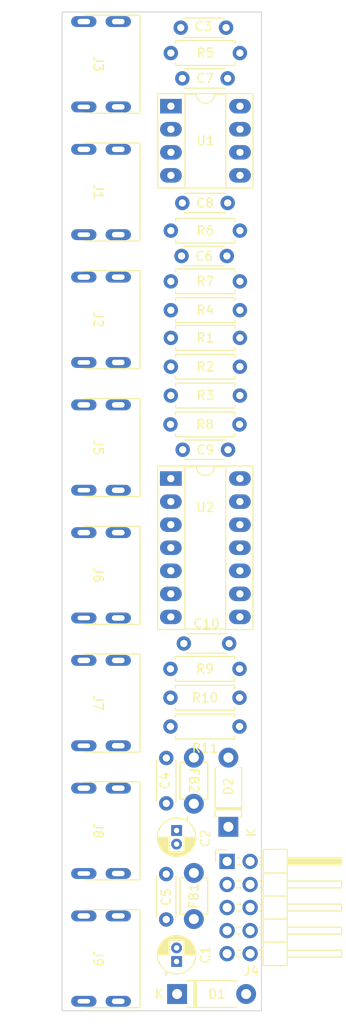
<source format=kicad_pcb>
(kicad_pcb (version 20221018) (generator pcbnew)
  (title_block (title "moPsy mousquetaire") (date "2023-04-16") (rev "v1"))
  (layers (0 "F.Cu" signal) (31 "B.Cu" signal) (34 "B.Paste" user) (35 "F.Paste" user) (36 "B.SilkS" user "B.Silkscreen") (37 "F.SilkS" user "F.Silkscreen") (38 "B.Mask" user) (39 "F.Mask" user) (44 "Edge.Cuts" user))
  (net 0 "")
  (net 1 "GND")
  (net 2 "Net-(D2-A)")
  (net 3 "+12V")
  (net 4 "-12V")
  (net 5 "Net-(U1A--)")
  (net 6 "SUM")
  (net 7 "Net-(D1-K)")
  (net 8 "Net-(D1-A)")
  (net 9 "Net-(D2-K)")
  (net 11 "Net-(J1-PadT)")
  (net 13 "Net-(J2-PadT)")
  (net 14 "Net-(J3-PadT)")
  (net 16 "Net-(J6-PadT)")
  (net 17 "Net-(J7-PadT)")
  (net 19 "Net-(J8-PadT)")
  (net 21 "Net-(J9-PadT)")
  (net 23 "Net-(C3-Pad2)")
  (net 24 "Net-(U1B--)")
  (net 25 "Net-(R7-Pad1)")
  (net 26 "Net-(U2A-+)")
  (net 27 "Net-(U2A--)")
  (net 28 "Net-(U2B--)")
  (net 29 "Net-(U2C--)")
  (net 30 "Net-(U2D--)")
  (footprint "Resistor_THT:R_Axial_DIN0207_L6.3mm_D2.5mm_P7.62mm_Horizontal" (layer "F.Cu") (at 134.62 73.914 180)
    (fp_text reference "R7" (at 3.81 0.005) (layer "F.SilkS"))
    (fp_text value "1k")
    (pad "1" thru_hole circle (at 0 0 180) (size 1.6 1.6) (drill 0.8) (layers "*.Cu" "*.Mask") (net 25 "Net-(R7-Pad1)"))
    (pad "2" thru_hole oval (at 7.62 0 180) (size 1.6 1.6) (drill 0.8) (layers "*.Cu" "*.Mask") (net 6 "SUM"))
  )
  (footprint "moPsy:CLIFF 3.5mm S6 Mono Jack Socket" (layer "F.Cu") (at 115 148.5 -90)
    (fp_text reference "J9" (at 0 -4 -90 unlocked) (layer "F.SilkS"))
    (fp_text value "M3")
    (pad "S" thru_hole oval locked (at 4.7 -2.4 90) (size 1.2 2.8) (drill oval 0.5 1.4) (layers "*.Cu" "*.Mask") (net 1 "GND"))
    (pad "SN" thru_hole oval locked (at -4.7 -2.4 90) (size 1.2 2.8) (drill oval 0.6 1.4) (layers "*.Cu" "*.Mask"))
    (pad "T" thru_hole oval locked (at 4.7 -6.2 90) (size 1.2 2.8) (drill oval 0.6 1.4) (layers "*.Cu" "*.Mask") (net 21 "Net-(J9-PadT)"))
    (pad "TN" thru_hole oval locked (at -4.7 -6.2 90) (size 1.2 2.8) (drill oval 0.6 1.4) (layers "*.Cu" "*.Mask"))
  )
  (footprint "Capacitor_THT:CP_Radial_D4.0mm_P1.50mm" (layer "F.Cu") (at 127.635 148.82 90)
    (fp_text reference "C1" (at 0.75 3.175 90) (layer "F.SilkS"))
    (fp_text value "10u")
    (pad "1" thru_hole rect (at 0 0 90) (size 1.2 1.2) (drill 0.6) (layers "*.Cu" "*.Mask") (net 7 "Net-(D1-K)"))
    (pad "2" thru_hole circle (at 1.5 0 90) (size 1.2 1.2) (drill 0.6) (layers "*.Cu" "*.Mask") (net 1 "GND"))
  )
  (footprint "moPsy:CLIFF 3.5mm S6 Mono Jack Socket" (layer "F.Cu") (at 115 120.3571 -90)
    (fp_text reference "J7" (at 0 -4 -90 unlocked) (layer "F.SilkS"))
    (fp_text value "M1")
    (pad "S" thru_hole oval locked (at 4.7 -2.4 90) (size 1.2 2.8) (drill oval 0.5 1.4) (layers "*.Cu" "*.Mask") (net 1 "GND"))
    (pad "SN" thru_hole oval locked (at -4.7 -2.4 90) (size 1.2 2.8) (drill oval 0.6 1.4) (layers "*.Cu" "*.Mask"))
    (pad "T" thru_hole oval locked (at 4.7 -6.2 90) (size 1.2 2.8) (drill oval 0.6 1.4) (layers "*.Cu" "*.Mask") (net 17 "Net-(J7-PadT)"))
    (pad "TN" thru_hole oval locked (at -4.7 -6.2 90) (size 1.2 2.8) (drill oval 0.6 1.4) (layers "*.Cu" "*.Mask"))
  )
  (footprint "moPsy:CLIFF 3.5mm S6 Mono Jack Socket" (layer "F.Cu") (at 115 92.2143 -90)
    (fp_text reference "J5" (at 0 -4 -90 unlocked) (layer "F.SilkS"))
    (fp_text value "SUM")
    (pad "S" thru_hole oval locked (at 4.7 -2.4 90) (size 1.2 2.8) (drill oval 0.5 1.4) (layers "*.Cu" "*.Mask") (net 1 "GND"))
    (pad "SN" thru_hole oval locked (at -4.7 -2.4 90) (size 1.2 2.8) (drill oval 0.6 1.4) (layers "*.Cu" "*.Mask"))
    (pad "T" thru_hole oval locked (at 4.7 -6.2 90) (size 1.2 2.8) (drill oval 0.6 1.4) (layers "*.Cu" "*.Mask") (net 6 "SUM"))
    (pad "TN" thru_hole oval locked (at -4.7 -6.2 90) (size 1.2 2.8) (drill oval 0.6 1.4) (layers "*.Cu" "*.Mask"))
  )
  (footprint "Connector_PinHeader_2.54mm:PinHeader_2x05_P2.54mm_Horizontal" (layer "F.Cu") (at 133.21 137.795)
    (fp_text reference "J4" (at 2.68 12.065) (layer "F.SilkS"))
    (fp_text value "PWR")
    (pad "1" thru_hole rect (at 0 0) (size 1.7 1.7) (drill 1) (layers "*.Cu" "*.Mask") (net 9 "Net-(D2-K)"))
    (pad "2" thru_hole oval (at 2.54 0) (size 1.7 1.7) (drill 1) (layers "*.Cu" "*.Mask") (net 9 "Net-(D2-K)"))
    (pad "3" thru_hole oval (at 0 2.54) (size 1.7 1.7) (drill 1) (layers "*.Cu" "*.Mask") (net 1 "GND"))
    (pad "4" thru_hole oval (at 2.54 2.54) (size 1.7 1.7) (drill 1) (layers "*.Cu" "*.Mask") (net 1 "GND"))
    (pad "5" thru_hole oval (at 0 5.08) (size 1.7 1.7) (drill 1) (layers "*.Cu" "*.Mask") (net 1 "GND"))
    (pad "6" thru_hole oval (at 2.54 5.08) (size 1.7 1.7) (drill 1) (layers "*.Cu" "*.Mask") (net 1 "GND"))
    (pad "7" thru_hole oval (at 0 7.62) (size 1.7 1.7) (drill 1) (layers "*.Cu" "*.Mask") (net 1 "GND"))
    (pad "8" thru_hole oval (at 2.54 7.62) (size 1.7 1.7) (drill 1) (layers "*.Cu" "*.Mask") (net 1 "GND"))
    (pad "9" thru_hole oval (at 0 10.16) (size 1.7 1.7) (drill 1) (layers "*.Cu" "*.Mask") (net 8 "Net-(D1-A)"))
    (pad "10" thru_hole oval (at 2.54 10.16) (size 1.7 1.7) (drill 1) (layers "*.Cu" "*.Mask") (net 8 "Net-(D1-A)"))
  )
  (footprint "moPsy:CLIFF 3.5mm S6 Mono Jack Socket" (layer "F.Cu") (at 115 106.2857 -90)
    (fp_text reference "J6" (at 0 -4 -90 unlocked) (layer "F.SilkS"))
    (fp_text value "Mi")
    (pad "S" thru_hole oval locked (at 4.7 -2.4 90) (size 1.2 2.8) (drill oval 0.5 1.4) (layers "*.Cu" "*.Mask") (net 1 "GND"))
    (pad "SN" thru_hole oval locked (at -4.7 -2.4 90) (size 1.2 2.8) (drill oval 0.6 1.4) (layers "*.Cu" "*.Mask"))
    (pad "T" thru_hole oval locked (at 4.7 -6.2 90) (size 1.2 2.8) (drill oval 0.6 1.4) (layers "*.Cu" "*.Mask") (net 16 "Net-(J6-PadT)"))
    (pad "TN" thru_hole oval locked (at -4.7 -6.2 90) (size 1.2 2.8) (drill oval 0.6 1.4) (layers "*.Cu" "*.Mask") (net 6 "SUM"))
  )
  (footprint "moPsy:FBeadL4D4" (layer "F.Cu") (at 129.54 141.605 90)
    (fp_text reference "FB1" (at 0 0 90 unlocked) (layer "F.SilkS"))
    (fp_text value "FerriteBead")
    (pad "1" thru_hole circle (at -2.54 0 90) (size 2.2 2.2) (drill 1.1) (layers "*.Cu" "*.Mask") (net 7 "Net-(D1-K)"))
    (pad "2" thru_hole circle (at 2.54 0 90) (size 2.2 2.2) (drill 1.1) (layers "*.Cu" "*.Mask") (net 3 "+12V"))
  )
  (footprint "Diode_THT:D_DO-41_SOD81_P7.62mm_Horizontal" (layer "F.Cu") (at 133.35 133.985 90)
    (fp_text reference "D2" (at 4.445 0 90) (layer "F.SilkS"))
    (fp_text value "D_Schottky")
    (fp_text user "K" (at -0.635 2.54 90) (layer "F.SilkS"))
    (pad "1" thru_hole rect (at 0 0 90) (size 2.2 2.2) (drill 1.1) (layers "*.Cu" "*.Mask") (net 9 "Net-(D2-K)"))
    (pad "2" thru_hole oval (at 7.62 0 90) (size 2.2 2.2) (drill 1.1) (layers "*.Cu" "*.Mask") (net 2 "Net-(D2-A)"))
  )
  (footprint "Capacitor_THT:CP_Radial_D4.0mm_P1.50mm" (layer "F.Cu") (at 127.635 134.39 -90)
    (fp_text reference "C2" (at 0.865 -3.175 90) (layer "F.SilkS"))
    (fp_text value "10u")
    (pad "1" thru_hole rect (at 0 0 270) (size 1.2 1.2) (drill 0.6) (layers "*.Cu" "*.Mask") (net 1 "GND"))
    (pad "2" thru_hole circle (at 1.5 0 270) (size 1.2 1.2) (drill 0.6) (layers "*.Cu" "*.Mask") (net 2 "Net-(D2-A)"))
  )
  (footprint "Resistor_THT:R_Axial_DIN0207_L6.3mm_D2.5mm_P7.62mm_Horizontal" (layer "F.Cu") (at 127 77.089)
    (fp_text reference "R4" (at 3.81 0) (layer "F.SilkS"))
    (fp_text value "100k")
    (pad "1" thru_hole circle (at 0 0) (size 1.6 1.6) (drill 0.8) (layers "*.Cu" "*.Mask") (net 23 "Net-(C3-Pad2)"))
    (pad "2" thru_hole oval (at 7.62 0) (size 1.6 1.6) (drill 0.8) (layers "*.Cu" "*.Mask") (net 24 "Net-(U1B--)"))
  )
  (footprint "Package_DIP:DIP-14_W7.62mm_Socket_LongPads" (layer "F.Cu") (at 127 95.631)
    (fp_text reference "U2" (at 3.81 3.18) (layer "F.SilkS"))
    (fp_text value "TL074")
    (pad "1" thru_hole rect (at 0 0) (size 2.4 1.6) (drill 0.8) (layers "*.Cu" "*.Mask") (net 27 "Net-(U2A--)"))
    (pad "2" thru_hole oval (at 0 2.54) (size 2.4 1.6) (drill 0.8) (layers "*.Cu" "*.Mask") (net 27 "Net-(U2A--)"))
    (pad "3" thru_hole oval (at 0 5.08) (size 2.4 1.6) (drill 0.8) (layers "*.Cu" "*.Mask") (net 26 "Net-(U2A-+)"))
    (pad "4" thru_hole oval (at 0 7.62) (size 2.4 1.6) (drill 0.8) (layers "*.Cu" "*.Mask") (net 3 "+12V"))
    (pad "5" thru_hole oval (at 0 10.16) (size 2.4 1.6) (drill 0.8) (layers "*.Cu" "*.Mask") (net 26 "Net-(U2A-+)"))
    (pad "6" thru_hole oval (at 0 12.7) (size 2.4 1.6) (drill 0.8) (layers "*.Cu" "*.Mask") (net 28 "Net-(U2B--)"))
    (pad "7" thru_hole oval (at 0 15.24) (size 2.4 1.6) (drill 0.8) (layers "*.Cu" "*.Mask") (net 28 "Net-(U2B--)"))
    (pad "8" thru_hole oval (at 7.62 15.24) (size 2.4 1.6) (drill 0.8) (layers "*.Cu" "*.Mask") (net 29 "Net-(U2C--)"))
    (pad "9" thru_hole oval (at 7.62 12.7) (size 2.4 1.6) (drill 0.8) (layers "*.Cu" "*.Mask") (net 29 "Net-(U2C--)"))
    (pad "10" thru_hole oval (at 7.62 10.16) (size 2.4 1.6) (drill 0.8) (layers "*.Cu" "*.Mask") (net 26 "Net-(U2A-+)"))
    (pad "11" thru_hole oval (at 7.62 7.62) (size 2.4 1.6) (drill 0.8) (layers "*.Cu" "*.Mask") (net 4 "-12V"))
    (pad "12" thru_hole oval (at 7.62 5.08) (size 2.4 1.6) (drill 0.8) (layers "*.Cu" "*.Mask") (net 1 "GND"))
    (pad "13" thru_hole oval (at 7.62 2.54) (size 2.4 1.6) (drill 0.8) (layers "*.Cu" "*.Mask") (net 30 "Net-(U2D--)"))
    (pad "14" thru_hole oval (at 7.62 0) (size 2.4 1.6) (drill 0.8) (layers "*.Cu" "*.Mask") (net 30 "Net-(U2D--)"))
  )
  (footprint "Diode_THT:D_DO-41_SOD81_P7.62mm_Horizontal" (layer "F.Cu") (at 127.69 152.4)
    (fp_text reference "D1" (at 4.39 0) (layer "F.SilkS"))
    (fp_text value "D_Schottky")
    (fp_text user "K" (at -1.96 0) (layer "F.SilkS"))
    (pad "1" thru_hole rect (at 0 0) (size 2.2 2.2) (drill 1.1) (layers "*.Cu" "*.Mask") (net 7 "Net-(D1-K)"))
    (pad "2" thru_hole oval (at 7.62 0) (size 2.2 2.2) (drill 1.1) (layers "*.Cu" "*.Mask") (net 8 "Net-(D1-A)"))
  )
  (footprint "Capacitor_THT:C_Disc_D4.3mm_W1.9mm_P5.00mm" (layer "F.Cu") (at 126.5 126.405 -90)
    (fp_text reference "C4" (at 2.5 0.135 90) (layer "F.SilkS"))
    (fp_text value "100n")
    (pad "1" thru_hole circle (at 0 0 270) (size 1.6 1.6) (drill 0.8) (layers "*.Cu" "*.Mask") (net 3 "+12V"))
    (pad "2" thru_hole circle (at 5 0 270) (size 1.6 1.6) (drill 0.8) (layers "*.Cu" "*.Mask") (net 1 "GND"))
  )
  (footprint "Capacitor_THT:C_Disc_D4.3mm_W1.9mm_P5.00mm" (layer "F.Cu") (at 133.27 65.278 180)
    (fp_text reference "C8" (at 2.5 0.005) (layer "F.SilkS"))
    (fp_text value "100n")
    (pad "1" thru_hole circle (at 0 0 180) (size 1.6 1.6) (drill 0.8) (layers "*.Cu" "*.Mask") (net 1 "GND"))
    (pad "2" thru_hole circle (at 5 0 180) (size 1.6 1.6) (drill 0.8) (layers "*.Cu" "*.Mask") (net 4 "-12V"))
  )
  (footprint "Capacitor_THT:C_Disc_D4.3mm_W1.9mm_P5.00mm" (layer "F.Cu") (at 128.437 113.797)
    (fp_text reference "C10" (at 2.5 -2.2) (layer "F.SilkS"))
    (fp_text value "100n")
    (pad "1" thru_hole circle (at 0 0) (size 1.6 1.6) (drill 0.8) (layers "*.Cu" "*.Mask") (net 1 "GND"))
    (pad "2" thru_hole circle (at 5 0) (size 1.6 1.6) (drill 0.8) (layers "*.Cu" "*.Mask") (net 4 "-12V"))
  )
  (footprint "moPsy:CLIFF 3.5mm S6 Mono Jack Socket" (layer "F.Cu") (at 115 50 -90)
    (fp_text reference "J3" (at 0 -4 -90 unlocked) (layer "F.SilkS"))
    (fp_text value "Sum1")
    (pad "S" thru_hole oval locked (at 4.7 -2.4 90) (size 1.2 2.8) (drill oval 0.5 1.4) (layers "*.Cu" "*.Mask") (net 1 "GND"))
    (pad "SN" thru_hole oval locked (at -4.7 -2.4 90) (size 1.2 2.8) (drill oval 0.6 1.4) (layers "*.Cu" "*.Mask"))
    (pad "T" thru_hole oval locked (at 4.7 -6.2 90) (size 1.2 2.8) (drill oval 0.6 1.4) (layers "*.Cu" "*.Mask") (net 14 "Net-(J3-PadT)"))
    (pad "TN" thru_hole oval locked (at -4.7 -6.2 90) (size 1.2 2.8) (drill oval 0.6 1.4) (layers "*.Cu" "*.Mask") (net 1 "GND"))
  )
  (footprint "Resistor_THT:R_Axial_DIN0207_L6.3mm_D2.5mm_P7.62mm_Horizontal" (layer "F.Cu") (at 134.58 119.766 180)
    (fp_text reference "R10" (at 3.81 -0.005) (layer "F.SilkS"))
    (fp_text value "1k")
    (pad "1" thru_hole circle (at 0 0 180) (size 1.6 1.6) (drill 0.8) (layers "*.Cu" "*.Mask") (net 27 "Net-(U2A--)"))
    (pad "2" thru_hole oval (at 7.62 0 180) (size 1.6 1.6) (drill 0.8) (layers "*.Cu" "*.Mask") (net 19 "Net-(J8-PadT)"))
  )
  (footprint "moPsy:FBeadL4D4" (layer "F.Cu") (at 129.54 128.905 -90)
    (fp_text reference "FB2" (at 0 0 -90 unlocked) (layer "F.SilkS"))
    (fp_text value "FerriteBead")
    (pad "1" thru_hole circle (at -2.54 0 270) (size 2.2 2.2) (drill 1.1) (layers "*.Cu" "*.Mask") (net 2 "Net-(D2-A)"))
    (pad "2" thru_hole circle (at 2.54 0 270) (size 2.2 2.2) (drill 1.1) (layers "*.Cu" "*.Mask") (net 4 "-12V"))
  )
  (footprint "moPsy:CLIFF 3.5mm S6 Mono Jack Socket" (layer "F.Cu") (at 115 64.0714 -90)
    (fp_text reference "J1" (at 0 -4 -90 unlocked) (layer "F.SilkS"))
    (fp_text value "Sum2")
    (pad "S" thru_hole oval locked (at 4.7 -2.4 90) (size 1.2 2.8) (drill oval 0.5 1.4) (layers "*.Cu" "*.Mask"))
    (pad "SN" thru_hole oval locked (at -4.7 -2.4 90) (size 1.2 2.8) (drill oval 0.6 1.4) (layers "*.Cu" "*.Mask"))
    (pad "T" thru_hole oval locked (at 4.7 -6.2 90) (size 1.2 2.8) (drill oval 0.6 1.4) (layers "*.Cu" "*.Mask") (net 11 "Net-(J1-PadT)"))
    (pad "TN" thru_hole oval locked (at -4.7 -6.2 90) (size 1.2 2.8) (drill oval 0.6 1.4) (layers "*.Cu" "*.Mask") (net 1 "GND"))
  )
  (footprint "Resistor_THT:R_Axial_DIN0207_L6.3mm_D2.5mm_P7.62mm_Horizontal" (layer "F.Cu") (at 126.96 89.667)
    (fp_text reference "R8" (at 3.81 -0.005) (layer "F.SilkS"))
    (fp_text value "100k")
    (pad "1" thru_hole circle (at 0 0) (size 1.6 1.6) (drill 0.8) (layers "*.Cu" "*.Mask") (net 16 "Net-(J6-PadT)"))
    (pad "2" thru_hole oval (at 7.62 0) (size 1.6 1.6) (drill 0.8) (layers "*.Cu" "*.Mask") (net 26 "Net-(U2A-+)"))
  )
  (footprint "Resistor_THT:R_Axial_DIN0207_L6.3mm_D2.5mm_P7.62mm_Horizontal" (layer "F.Cu") (at 134.62 68.326 180)
    (fp_text reference "R6" (at 3.81 0) (layer "F.SilkS"))
    (fp_text value "100k")
    (pad "1" thru_hole circle (at 0 0 180) (size 1.6 1.6) (drill 0.8) (layers "*.Cu" "*.Mask") (net 24 "Net-(U1B--)"))
    (pad "2" thru_hole oval (at 7.62 0 180) (size 1.6 1.6) (drill 0.8) (layers "*.Cu" "*.Mask") (net 6 "SUM"))
  )
  (footprint "Capacitor_THT:C_Disc_D4.3mm_W1.9mm_P5.00mm" (layer "F.Cu") (at 128.31 92.456)
    (fp_text reference "C9" (at 2.5 0.005) (layer "F.SilkS"))
    (fp_text value "100n")
    (pad "1" thru_hole circle (at 0 0) (size 1.6 1.6) (drill 0.8) (layers "*.Cu" "*.Mask") (net 3 "+12V"))
    (pad "2" thru_hole circle (at 5 0) (size 1.6 1.6) (drill 0.8) (layers "*.Cu" "*.Mask") (net 1 "GND"))
  )
  (footprint "Package_DIP:DIP-8_W7.62mm_Socket_LongPads" (layer "F.Cu") (at 127.01 54.62)
    (fp_text reference "U1" (at 3.81 3.8) (layer "F.SilkS"))
    (fp_text value "TL072")
    (pad "1" thru_hole rect (at 0 0) (size 2.4 1.6) (drill 0.8) (layers "*.Cu" "*.Mask") (net 23 "Net-(C3-Pad2)"))
    (pad "2" thru_hole oval (at 0 2.54) (size 2.4 1.6) (drill 0.8) (layers "*.Cu" "*.Mask") (net 5 "Net-(U1A--)"))
    (pad "3" thru_hole oval (at 0 5.08) (size 2.4 1.6) (drill 0.8) (layers "*.Cu" "*.Mask") (net 1 "GND"))
    (pad "4" thru_hole oval (at 0 7.62) (size 2.4 1.6) (drill 0.8) (layers "*.Cu" "*.Mask") (net 4 "-12V"))
    (pad "5" thru_hole oval (at 7.62 7.62) (size 2.4 1.6) (drill 0.8) (layers "*.Cu" "*.Mask") (net 1 "GND"))
    (pad "6" thru_hole oval (at 7.62 5.08) (size 2.4 1.6) (drill 0.8) (layers "*.Cu" "*.Mask") (net 24 "Net-(U1B--)"))
    (pad "7" thru_hole oval (at 7.62 2.54) (size 2.4 1.6) (drill 0.8) (layers "*.Cu" "*.Mask") (net 25 "Net-(R7-Pad1)"))
    (pad "8" thru_hole oval (at 7.62 0) (size 2.4 1.6) (drill 0.8) (layers "*.Cu" "*.Mask") (net 3 "+12V"))
  )
  (footprint "moPsy:CLIFF 3.5mm S6 Mono Jack Socket" (layer "F.Cu") (at 115 134.4286 -90)
    (fp_text reference "J8" (at 0 -4 -90 unlocked) (layer "F.SilkS"))
    (fp_text value "M2")
    (pad "S" thru_hole oval locked (at 4.7 -2.4 90) (size 1.2 2.8) (drill oval 0.5 1.4) (layers "*.Cu" "*.Mask") (net 1 "GND"))
    (pad "SN" thru_hole oval locked (at -4.7 -2.4 90) (size 1.2 2.8) (drill oval 0.6 1.4) (layers "*.Cu" "*.Mask"))
    (pad "T" thru_hole oval locked (at 4.7 -6.2 90) (size 1.2 2.8) (drill oval 0.6 1.4) (layers "*.Cu" "*.Mask") (net 19 "Net-(J8-PadT)"))
    (pad "TN" thru_hole oval locked (at -4.7 -6.2 90) (size 1.2 2.8) (drill oval 0.6 1.4) (layers "*.Cu" "*.Mask"))
  )
  (footprint "Resistor_THT:R_Axial_DIN0207_L6.3mm_D2.5mm_P7.62mm_Horizontal" (layer "F.Cu") (at 127 83.312)
    (fp_text reference "R2" (at 3.81 0) (layer "F.SilkS"))
    (fp_text value "100k")
    (pad "1" thru_hole circle (at 0 0) (size 1.6 1.6) (drill 0.8) (layers "*.Cu" "*.Mask") (net 11 "Net-(J1-PadT)"))
    (pad "2" thru_hole oval (at 7.62 0) (size 1.6 1.6) (drill 0.8) (layers "*.Cu" "*.Mask") (net 5 "Net-(U1A--)"))
  )
  (footprint "Capacitor_THT:C_Disc_D4.3mm_W1.9mm_P5.00mm" (layer "F.Cu") (at 133.183 71.12 180)
    (fp_text reference "C6" (at 2.5 -0.03) (layer "F.SilkS"))
    (fp_text value "5p6")
    (pad "1" thru_hole circle (at 0 0 180) (size 1.6 1.6) (drill 0.8) (layers "*.Cu" "*.Mask") (net 24 "Net-(U1B--)"))
    (pad "2" thru_hole circle (at 5 0 180) (size 1.6 1.6) (drill 0.8) (layers "*.Cu" "*.Mask") (net 6 "SUM"))
  )
  (footprint "Capacitor_THT:C_Disc_D4.3mm_W1.9mm_P5.00mm" (layer "F.Cu") (at 133.096 45.974 180)
    (fp_text reference "C3" (at 2.5 0.135) (layer "F.SilkS"))
    (fp_text value "5p6")
    (pad "1" thru_hole circle (at 0 0 180) (size 1.6 1.6) (drill 0.8) (layers "*.Cu" "*.Mask") (net 5 "Net-(U1A--)"))
    (pad "2" thru_hole circle (at 5 0 180) (size 1.6 1.6) (drill 0.8) (layers "*.Cu" "*.Mask") (net 23 "Net-(C3-Pad2)"))
  )
  (footprint "moPsy:CLIFF 3.5mm S6 Mono Jack Socket" (layer "F.Cu") (at 115 78.1429 -90)
    (fp_text reference "J2" (at 0 -4 -90 unlocked) (layer "F.SilkS"))
    (fp_text value "Sum3")
    (pad "S" thru_hole oval locked (at 4.7 -2.4 90) (size 1.2 2.8) (drill oval 0.5 1.4) (layers "*.Cu" "*.Mask"))
    (pad "SN" thru_hole oval locked (at -4.7 -2.4 90) (size 1.2 2.8) (drill oval 0.6 1.4) (layers "*.Cu" "*.Mask"))
    (pad "T" thru_hole oval locked (at 4.7 -6.2 90) (size 1.2 2.8) (drill oval 0.6 1.4) (layers "*.Cu" "*.Mask") (net 13 "Net-(J2-PadT)"))
    (pad "TN" thru_hole oval locked (at -4.7 -6.2 90) (size 1.2 2.8) (drill oval 0.6 1.4) (layers "*.Cu" "*.Mask") (net 1 "GND"))
  )
  (footprint "Capacitor_THT:C_Disc_D4.3mm_W1.9mm_P5.00mm" (layer "F.Cu") (at 126.492 144.192 90)
    (fp_text reference "C5" (at 2.46 0 90) (layer "F.SilkS"))
    (fp_text value "100n")
    (pad "1" thru_hole circle (at 0 0 90) (size 1.6 1.6) (drill 0.8) (layers "*.Cu" "*.Mask") (net 1 "GND"))
    (pad "2" thru_hole circle (at 5 0 90) (size 1.6 1.6) (drill 0.8) (layers "*.Cu" "*.Mask") (net 4 "-12V"))
  )
  (footprint "Resistor_THT:R_Axial_DIN0207_L6.3mm_D2.5mm_P7.62mm_Horizontal" (layer "F.Cu") (at 127 80.137)
    (fp_text reference "R1" (at 3.81 0) (layer "F.SilkS"))
    (fp_text value "100k")
    (pad "1" thru_hole circle (at 0 0) (size 1.6 1.6) (drill 0.8) (layers "*.Cu" "*.Mask") (net 14 "Net-(J3-PadT)"))
    (pad "2" thru_hole oval (at 7.62 0) (size 1.6 1.6) (drill 0.8) (layers "*.Cu" "*.Mask") (net 5 "Net-(U1A--)"))
  )
  (footprint "Resistor_THT:R_Axial_DIN0207_L6.3mm_D2.5mm_P7.62mm_Horizontal" (layer "F.Cu") (at 134.62 48.768 180)
    (fp_text reference "R5" (at 3.81 0) (layer "F.SilkS"))
    (fp_text value "100k")
    (pad "1" thru_hole circle (at 0 0 180) (size 1.6 1.6) (drill 0.8) (layers "*.Cu" "*.Mask") (net 5 "Net-(U1A--)"))
    (pad "2" thru_hole oval (at 7.62 0 180) (size 1.6 1.6) (drill 0.8) (layers "*.Cu" "*.Mask") (net 23 "Net-(C3-Pad2)"))
  )
  (footprint "Capacitor_THT:C_Disc_D4.3mm_W1.9mm_P5.00mm" (layer "F.Cu") (at 133.27 51.562 180)
    (fp_text reference "C7" (at 2.5 0) (layer "F.SilkS"))
    (fp_text value "100n")
    (pad "1" thru_hole circle (at 0 0 180) (size 1.6 1.6) (drill 0.8) (layers "*.Cu" "*.Mask") (net 3 "+12V"))
    (pad "2" thru_hole circle (at 5 0 180) (size 1.6 1.6) (drill 0.8) (layers "*.Cu" "*.Mask") (net 1 "GND"))
  )
  (footprint "Resistor_THT:R_Axial_DIN0207_L6.3mm_D2.5mm_P7.62mm_Horizontal" (layer "F.Cu") (at 127 86.487)
    (fp_text reference "R3" (at 3.81 0) (layer "F.SilkS"))
    (fp_text value "100k")
    (pad "1" thru_hole circle (at 0 0) (size 1.6 1.6) (drill 0.8) (layers "*.Cu" "*.Mask") (net 13 "Net-(J2-PadT)"))
    (pad "2" thru_hole oval (at 7.62 0) (size 1.6 1.6) (drill 0.8) (layers "*.Cu" "*.Mask") (net 5 "Net-(U1A--)"))
  )
  (footprint "Resistor_THT:R_Axial_DIN0207_L6.3mm_D2.5mm_P7.62mm_Horizontal" (layer "F.Cu") (at 134.58 122.941 180)
    (fp_text reference "R11" (at 3.81 -2.37) (layer "F.SilkS"))
    (fp_text value "1k")
    (pad "1" thru_hole circle (at 0 0 180) (size 1.6 1.6) (drill 0.8) (layers "*.Cu" "*.Mask") (net 28 "Net-(U2B--)"))
    (pad "2" thru_hole oval (at 7.62 0 180) (size 1.6 1.6) (drill 0.8) (layers "*.Cu" "*.Mask") (net 21 "Net-(J9-PadT)"))
  )
  (footprint "Resistor_THT:R_Axial_DIN0207_L6.3mm_D2.5mm_P7.62mm_Horizontal" (layer "F.Cu") (at 134.58 116.591 180)
    (fp_text reference "R9" (at 3.81 -0.005) (layer "F.SilkS"))
    (fp_text value "1k")
    (pad "1" thru_hole circle (at 0 0 180) (size 1.6 1.6) (drill 0.8) (layers "*.Cu" "*.Mask") (net 29 "Net-(U2C--)"))
    (pad "2" thru_hole oval (at 7.62 0 180) (size 1.6 1.6) (drill 0.8) (layers "*.Cu" "*.Mask") (net 17 "Net-(J7-PadT)"))
  )
  (gr_line (start 115 154.25) (end 137 154.25) (stroke (width 0.1)) (layer "Edge.Cuts"))
  (gr_line (start 137 44.25) (end 115 44.25) (stroke (width 0.1)) (layer "Edge.Cuts"))
  (gr_line (start 115 44.25) (end 115 154.25) (stroke (width 0.1)) (layer "Edge.Cuts"))
  (gr_line (start 137 154.25) (end 137 44.25) (stroke (width 0.1)) (layer "Edge.Cuts"))
)
</source>
